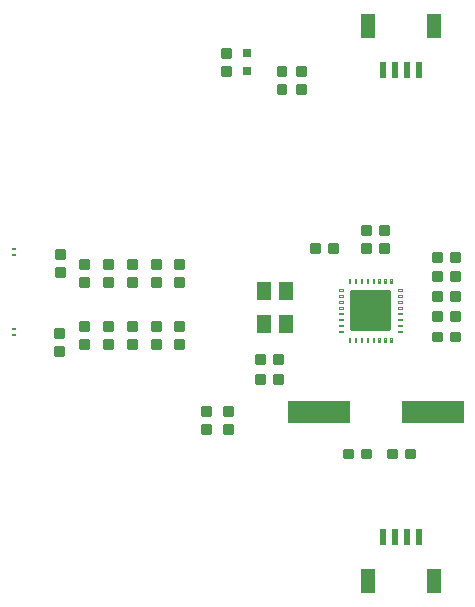
<source format=gbr>
G04 EAGLE Gerber RS-274X export*
G75*
%MOMM*%
%FSLAX34Y34*%
%LPD*%
%INSolderpaste Top*%
%IPPOS*%
%AMOC8*
5,1,8,0,0,1.08239X$1,22.5*%
G01*
%ADD10R,1.300000X1.500000*%
%ADD11C,0.222250*%
%ADD12R,0.430000X0.280000*%
%ADD13C,0.125000*%
%ADD14C,0.345000*%
%ADD15R,5.334000X1.930400*%
%ADD16R,0.600000X1.350000*%
%ADD17R,1.200000X2.000000*%
%ADD18R,0.800000X0.800000*%


D10*
X863700Y260350D03*
X882700Y260350D03*
X863700Y232410D03*
X882700Y232410D03*
D11*
X749176Y279836D02*
X749176Y286504D01*
X755844Y286504D01*
X755844Y279836D01*
X749176Y279836D01*
X749176Y281948D02*
X755844Y281948D01*
X755844Y284060D02*
X749176Y284060D01*
X749176Y286172D02*
X755844Y286172D01*
X749176Y271264D02*
X749176Y264596D01*
X749176Y271264D02*
X755844Y271264D01*
X755844Y264596D01*
X749176Y264596D01*
X749176Y266708D02*
X755844Y266708D01*
X755844Y268820D02*
X749176Y268820D01*
X749176Y270932D02*
X755844Y270932D01*
X749176Y234514D02*
X749176Y227846D01*
X749176Y234514D02*
X755844Y234514D01*
X755844Y227846D01*
X749176Y227846D01*
X749176Y229958D02*
X755844Y229958D01*
X755844Y232070D02*
X749176Y232070D01*
X749176Y234182D02*
X755844Y234182D01*
X749176Y219274D02*
X749176Y212606D01*
X749176Y219274D02*
X755844Y219274D01*
X755844Y212606D01*
X749176Y212606D01*
X749176Y214718D02*
X755844Y214718D01*
X755844Y216830D02*
X749176Y216830D01*
X749176Y218942D02*
X755844Y218942D01*
X769456Y279836D02*
X769456Y286504D01*
X776124Y286504D01*
X776124Y279836D01*
X769456Y279836D01*
X769456Y281948D02*
X776124Y281948D01*
X776124Y284060D02*
X769456Y284060D01*
X769456Y286172D02*
X776124Y286172D01*
X769456Y271264D02*
X769456Y264596D01*
X769456Y271264D02*
X776124Y271264D01*
X776124Y264596D01*
X769456Y264596D01*
X769456Y266708D02*
X776124Y266708D01*
X776124Y268820D02*
X769456Y268820D01*
X769456Y270932D02*
X776124Y270932D01*
X769456Y234514D02*
X769456Y227846D01*
X769456Y234514D02*
X776124Y234514D01*
X776124Y227846D01*
X769456Y227846D01*
X769456Y229958D02*
X776124Y229958D01*
X776124Y232070D02*
X769456Y232070D01*
X769456Y234182D02*
X776124Y234182D01*
X769456Y219274D02*
X769456Y212606D01*
X769456Y219274D02*
X776124Y219274D01*
X776124Y212606D01*
X769456Y212606D01*
X769456Y214718D02*
X776124Y214718D01*
X776124Y216830D02*
X769456Y216830D01*
X769456Y218942D02*
X776124Y218942D01*
X728896Y279836D02*
X728896Y286504D01*
X735564Y286504D01*
X735564Y279836D01*
X728896Y279836D01*
X728896Y281948D02*
X735564Y281948D01*
X735564Y284060D02*
X728896Y284060D01*
X728896Y286172D02*
X735564Y286172D01*
X728896Y271264D02*
X728896Y264596D01*
X728896Y271264D02*
X735564Y271264D01*
X735564Y264596D01*
X728896Y264596D01*
X728896Y266708D02*
X735564Y266708D01*
X735564Y268820D02*
X728896Y268820D01*
X728896Y270932D02*
X735564Y270932D01*
X728896Y234514D02*
X728896Y227846D01*
X728896Y234514D02*
X735564Y234514D01*
X735564Y227846D01*
X728896Y227846D01*
X728896Y229958D02*
X735564Y229958D01*
X735564Y232070D02*
X728896Y232070D01*
X728896Y234182D02*
X735564Y234182D01*
X728896Y219274D02*
X728896Y212606D01*
X728896Y219274D02*
X735564Y219274D01*
X735564Y212606D01*
X728896Y212606D01*
X728896Y214718D02*
X735564Y214718D01*
X735564Y216830D02*
X728896Y216830D01*
X728896Y218942D02*
X735564Y218942D01*
X708616Y279836D02*
X708616Y286504D01*
X715284Y286504D01*
X715284Y279836D01*
X708616Y279836D01*
X708616Y281948D02*
X715284Y281948D01*
X715284Y284060D02*
X708616Y284060D01*
X708616Y286172D02*
X715284Y286172D01*
X708616Y271264D02*
X708616Y264596D01*
X708616Y271264D02*
X715284Y271264D01*
X715284Y264596D01*
X708616Y264596D01*
X708616Y266708D02*
X715284Y266708D01*
X715284Y268820D02*
X708616Y268820D01*
X708616Y270932D02*
X715284Y270932D01*
X708616Y234514D02*
X708616Y227846D01*
X708616Y234514D02*
X715284Y234514D01*
X715284Y227846D01*
X708616Y227846D01*
X708616Y229958D02*
X715284Y229958D01*
X715284Y232070D02*
X708616Y232070D01*
X708616Y234182D02*
X715284Y234182D01*
X708616Y219274D02*
X708616Y212606D01*
X708616Y219274D02*
X715284Y219274D01*
X715284Y212606D01*
X708616Y212606D01*
X708616Y214718D02*
X715284Y214718D01*
X715284Y216830D02*
X708616Y216830D01*
X708616Y218942D02*
X715284Y218942D01*
X857634Y182968D02*
X864302Y182968D01*
X857634Y182968D02*
X857634Y189636D01*
X864302Y189636D01*
X864302Y182968D01*
X864302Y185080D02*
X857634Y185080D01*
X857634Y187192D02*
X864302Y187192D01*
X864302Y189304D02*
X857634Y189304D01*
X872874Y182968D02*
X879542Y182968D01*
X872874Y182968D02*
X872874Y189636D01*
X879542Y189636D01*
X879542Y182968D01*
X879542Y185080D02*
X872874Y185080D01*
X872874Y187192D02*
X879542Y187192D01*
X879542Y189304D02*
X872874Y189304D01*
X872874Y206320D02*
X879542Y206320D01*
X879542Y199652D01*
X872874Y199652D01*
X872874Y206320D01*
X872874Y201764D02*
X879542Y201764D01*
X879542Y203876D02*
X872874Y203876D01*
X872874Y205988D02*
X879542Y205988D01*
X864302Y206320D02*
X857634Y206320D01*
X864302Y206320D02*
X864302Y199652D01*
X857634Y199652D01*
X857634Y206320D01*
X857634Y201764D02*
X864302Y201764D01*
X864302Y203876D02*
X857634Y203876D01*
X857634Y205988D02*
X864302Y205988D01*
X836548Y146792D02*
X836548Y140124D01*
X829880Y140124D01*
X829880Y146792D01*
X836548Y146792D01*
X836548Y142236D02*
X829880Y142236D01*
X829880Y144348D02*
X836548Y144348D01*
X836548Y146460D02*
X829880Y146460D01*
X836548Y155364D02*
X836548Y162032D01*
X836548Y155364D02*
X829880Y155364D01*
X829880Y162032D01*
X836548Y162032D01*
X836548Y157476D02*
X829880Y157476D01*
X829880Y159588D02*
X836548Y159588D01*
X836548Y161700D02*
X829880Y161700D01*
X818114Y146884D02*
X818114Y140216D01*
X811446Y140216D01*
X811446Y146884D01*
X818114Y146884D01*
X818114Y142328D02*
X811446Y142328D01*
X811446Y144440D02*
X818114Y144440D01*
X818114Y146552D02*
X811446Y146552D01*
X818114Y155456D02*
X818114Y162124D01*
X818114Y155456D02*
X811446Y155456D01*
X811446Y162124D01*
X818114Y162124D01*
X818114Y157568D02*
X811446Y157568D01*
X811446Y159680D02*
X818114Y159680D01*
X818114Y161792D02*
X811446Y161792D01*
X688296Y288806D02*
X688296Y295474D01*
X694964Y295474D01*
X694964Y288806D01*
X688296Y288806D01*
X688296Y290918D02*
X694964Y290918D01*
X694964Y293030D02*
X688296Y293030D01*
X688296Y295142D02*
X694964Y295142D01*
X688296Y280234D02*
X688296Y273566D01*
X688296Y280234D02*
X694964Y280234D01*
X694964Y273566D01*
X688296Y273566D01*
X688296Y275678D02*
X694964Y275678D01*
X694964Y277790D02*
X688296Y277790D01*
X688296Y279902D02*
X694964Y279902D01*
X687066Y228084D02*
X687066Y221416D01*
X687066Y228084D02*
X693734Y228084D01*
X693734Y221416D01*
X687066Y221416D01*
X687066Y223528D02*
X693734Y223528D01*
X693734Y225640D02*
X687066Y225640D01*
X687066Y227752D02*
X693734Y227752D01*
X687066Y212844D02*
X687066Y206176D01*
X687066Y212844D02*
X693734Y212844D01*
X693734Y206176D01*
X687066Y206176D01*
X687066Y208288D02*
X693734Y208288D01*
X693734Y210400D02*
X687066Y210400D01*
X687066Y212512D02*
X693734Y212512D01*
D12*
X652220Y290820D03*
X652220Y295920D03*
X652220Y228610D03*
X652220Y223510D03*
D11*
X795174Y264596D02*
X795174Y271264D01*
X795174Y264596D02*
X788506Y264596D01*
X788506Y271264D01*
X795174Y271264D01*
X795174Y266708D02*
X788506Y266708D01*
X788506Y268820D02*
X795174Y268820D01*
X795174Y270932D02*
X788506Y270932D01*
X795174Y279836D02*
X795174Y286504D01*
X795174Y279836D02*
X788506Y279836D01*
X788506Y286504D01*
X795174Y286504D01*
X795174Y281948D02*
X788506Y281948D01*
X788506Y284060D02*
X795174Y284060D01*
X795174Y286172D02*
X788506Y286172D01*
X795174Y219274D02*
X795174Y212606D01*
X788506Y212606D01*
X788506Y219274D01*
X795174Y219274D01*
X795174Y214718D02*
X788506Y214718D01*
X788506Y216830D02*
X795174Y216830D01*
X795174Y218942D02*
X788506Y218942D01*
X795174Y227846D02*
X795174Y234514D01*
X795174Y227846D02*
X788506Y227846D01*
X788506Y234514D01*
X795174Y234514D01*
X795174Y229958D02*
X788506Y229958D01*
X788506Y232070D02*
X795174Y232070D01*
X795174Y234182D02*
X788506Y234182D01*
D13*
X970899Y270715D02*
X972149Y270715D01*
X972149Y266965D01*
X970899Y266965D01*
X970899Y270715D01*
X970899Y268152D02*
X972149Y268152D01*
X972149Y269339D02*
X970899Y269339D01*
X970899Y270526D02*
X972149Y270526D01*
X967149Y270715D02*
X965899Y270715D01*
X967149Y270715D02*
X967149Y266965D01*
X965899Y266965D01*
X965899Y270715D01*
X965899Y268152D02*
X967149Y268152D01*
X967149Y269339D02*
X965899Y269339D01*
X965899Y270526D02*
X967149Y270526D01*
X962149Y270715D02*
X960899Y270715D01*
X962149Y270715D02*
X962149Y266965D01*
X960899Y266965D01*
X960899Y270715D01*
X960899Y268152D02*
X962149Y268152D01*
X962149Y269339D02*
X960899Y269339D01*
X960899Y270526D02*
X962149Y270526D01*
X957149Y270715D02*
X955899Y270715D01*
X957149Y270715D02*
X957149Y266965D01*
X955899Y266965D01*
X955899Y270715D01*
X955899Y268152D02*
X957149Y268152D01*
X957149Y269339D02*
X955899Y269339D01*
X955899Y270526D02*
X957149Y270526D01*
X952149Y270715D02*
X950899Y270715D01*
X952149Y270715D02*
X952149Y266965D01*
X950899Y266965D01*
X950899Y270715D01*
X950899Y268152D02*
X952149Y268152D01*
X952149Y269339D02*
X950899Y269339D01*
X950899Y270526D02*
X952149Y270526D01*
X947149Y270715D02*
X945899Y270715D01*
X947149Y270715D02*
X947149Y266965D01*
X945899Y266965D01*
X945899Y270715D01*
X945899Y268152D02*
X947149Y268152D01*
X947149Y269339D02*
X945899Y269339D01*
X945899Y270526D02*
X947149Y270526D01*
X942149Y270715D02*
X940899Y270715D01*
X942149Y270715D02*
X942149Y266965D01*
X940899Y266965D01*
X940899Y270715D01*
X940899Y268152D02*
X942149Y268152D01*
X942149Y269339D02*
X940899Y269339D01*
X940899Y270526D02*
X942149Y270526D01*
X937149Y270715D02*
X935899Y270715D01*
X937149Y270715D02*
X937149Y266965D01*
X935899Y266965D01*
X935899Y270715D01*
X935899Y268152D02*
X937149Y268152D01*
X937149Y269339D02*
X935899Y269339D01*
X935899Y270526D02*
X937149Y270526D01*
X927149Y261965D02*
X927149Y260715D01*
X927149Y261965D02*
X930899Y261965D01*
X930899Y260715D01*
X927149Y260715D01*
X927149Y261902D02*
X930899Y261902D01*
X927149Y256965D02*
X927149Y255715D01*
X927149Y256965D02*
X930899Y256965D01*
X930899Y255715D01*
X927149Y255715D01*
X927149Y256902D02*
X930899Y256902D01*
X927149Y251965D02*
X927149Y250715D01*
X927149Y251965D02*
X930899Y251965D01*
X930899Y250715D01*
X927149Y250715D01*
X927149Y251902D02*
X930899Y251902D01*
X927149Y246965D02*
X927149Y245715D01*
X927149Y246965D02*
X930899Y246965D01*
X930899Y245715D01*
X927149Y245715D01*
X927149Y246902D02*
X930899Y246902D01*
X927149Y241965D02*
X927149Y240715D01*
X927149Y241965D02*
X930899Y241965D01*
X930899Y240715D01*
X927149Y240715D01*
X927149Y241902D02*
X930899Y241902D01*
X927149Y236965D02*
X927149Y235715D01*
X927149Y236965D02*
X930899Y236965D01*
X930899Y235715D01*
X927149Y235715D01*
X927149Y236902D02*
X930899Y236902D01*
X927149Y231965D02*
X927149Y230715D01*
X927149Y231965D02*
X930899Y231965D01*
X930899Y230715D01*
X927149Y230715D01*
X927149Y231902D02*
X930899Y231902D01*
X927149Y226965D02*
X927149Y225715D01*
X927149Y226965D02*
X930899Y226965D01*
X930899Y225715D01*
X927149Y225715D01*
X927149Y226902D02*
X930899Y226902D01*
X935899Y216965D02*
X937149Y216965D01*
X935899Y216965D02*
X935899Y220715D01*
X937149Y220715D01*
X937149Y216965D01*
X937149Y218152D02*
X935899Y218152D01*
X935899Y219339D02*
X937149Y219339D01*
X937149Y220526D02*
X935899Y220526D01*
X940899Y216965D02*
X942149Y216965D01*
X940899Y216965D02*
X940899Y220715D01*
X942149Y220715D01*
X942149Y216965D01*
X942149Y218152D02*
X940899Y218152D01*
X940899Y219339D02*
X942149Y219339D01*
X942149Y220526D02*
X940899Y220526D01*
X945899Y216965D02*
X947149Y216965D01*
X945899Y216965D02*
X945899Y220715D01*
X947149Y220715D01*
X947149Y216965D01*
X947149Y218152D02*
X945899Y218152D01*
X945899Y219339D02*
X947149Y219339D01*
X947149Y220526D02*
X945899Y220526D01*
X950899Y216965D02*
X952149Y216965D01*
X950899Y216965D02*
X950899Y220715D01*
X952149Y220715D01*
X952149Y216965D01*
X952149Y218152D02*
X950899Y218152D01*
X950899Y219339D02*
X952149Y219339D01*
X952149Y220526D02*
X950899Y220526D01*
X955899Y216965D02*
X957149Y216965D01*
X955899Y216965D02*
X955899Y220715D01*
X957149Y220715D01*
X957149Y216965D01*
X957149Y218152D02*
X955899Y218152D01*
X955899Y219339D02*
X957149Y219339D01*
X957149Y220526D02*
X955899Y220526D01*
X960899Y216965D02*
X962149Y216965D01*
X960899Y216965D02*
X960899Y220715D01*
X962149Y220715D01*
X962149Y216965D01*
X962149Y218152D02*
X960899Y218152D01*
X960899Y219339D02*
X962149Y219339D01*
X962149Y220526D02*
X960899Y220526D01*
X965899Y216965D02*
X967149Y216965D01*
X965899Y216965D02*
X965899Y220715D01*
X967149Y220715D01*
X967149Y216965D01*
X967149Y218152D02*
X965899Y218152D01*
X965899Y219339D02*
X967149Y219339D01*
X967149Y220526D02*
X965899Y220526D01*
X970899Y216965D02*
X972149Y216965D01*
X970899Y216965D02*
X970899Y220715D01*
X972149Y220715D01*
X972149Y216965D01*
X972149Y218152D02*
X970899Y218152D01*
X970899Y219339D02*
X972149Y219339D01*
X972149Y220526D02*
X970899Y220526D01*
X980899Y225715D02*
X980899Y226965D01*
X980899Y225715D02*
X977149Y225715D01*
X977149Y226965D01*
X980899Y226965D01*
X980899Y226902D02*
X977149Y226902D01*
X980899Y230715D02*
X980899Y231965D01*
X980899Y230715D02*
X977149Y230715D01*
X977149Y231965D01*
X980899Y231965D01*
X980899Y231902D02*
X977149Y231902D01*
X980899Y235715D02*
X980899Y236965D01*
X980899Y235715D02*
X977149Y235715D01*
X977149Y236965D01*
X980899Y236965D01*
X980899Y236902D02*
X977149Y236902D01*
X980899Y240715D02*
X980899Y241965D01*
X980899Y240715D02*
X977149Y240715D01*
X977149Y241965D01*
X980899Y241965D01*
X980899Y241902D02*
X977149Y241902D01*
X980899Y245715D02*
X980899Y246965D01*
X980899Y245715D02*
X977149Y245715D01*
X977149Y246965D01*
X980899Y246965D01*
X980899Y246902D02*
X977149Y246902D01*
X980899Y250715D02*
X980899Y251965D01*
X980899Y250715D02*
X977149Y250715D01*
X977149Y251965D01*
X980899Y251965D01*
X980899Y251902D02*
X977149Y251902D01*
X980899Y255715D02*
X980899Y256965D01*
X980899Y255715D02*
X977149Y255715D01*
X977149Y256965D01*
X980899Y256965D01*
X980899Y256902D02*
X977149Y256902D01*
X980899Y260715D02*
X980899Y261965D01*
X980899Y260715D02*
X977149Y260715D01*
X977149Y261965D01*
X980899Y261965D01*
X980899Y261902D02*
X977149Y261902D01*
D14*
X938499Y259365D02*
X938499Y228315D01*
X938499Y259365D02*
X969549Y259365D01*
X969549Y228315D01*
X938499Y228315D01*
X938499Y231592D02*
X969549Y231592D01*
X969549Y234869D02*
X938499Y234869D01*
X938499Y238146D02*
X969549Y238146D01*
X969549Y241423D02*
X938499Y241423D01*
X938499Y244700D02*
X969549Y244700D01*
X969549Y247977D02*
X938499Y247977D01*
X938499Y251254D02*
X969549Y251254D01*
X969549Y254531D02*
X938499Y254531D01*
X938499Y257808D02*
X969549Y257808D01*
D15*
X1006856Y157988D03*
X910336Y157988D03*
D11*
X946880Y126270D02*
X953548Y126270D01*
X953548Y119602D01*
X946880Y119602D01*
X946880Y126270D01*
X946880Y121714D02*
X953548Y121714D01*
X953548Y123826D02*
X946880Y123826D01*
X946880Y125938D02*
X953548Y125938D01*
X938308Y126270D02*
X931640Y126270D01*
X938308Y126270D02*
X938308Y119602D01*
X931640Y119602D01*
X931640Y126270D01*
X931640Y121714D02*
X938308Y121714D01*
X938308Y123826D02*
X931640Y123826D01*
X931640Y125938D02*
X938308Y125938D01*
X968724Y119602D02*
X975392Y119602D01*
X968724Y119602D02*
X968724Y126270D01*
X975392Y126270D01*
X975392Y119602D01*
X975392Y121714D02*
X968724Y121714D01*
X968724Y123826D02*
X975392Y123826D01*
X975392Y125938D02*
X968724Y125938D01*
X983964Y119602D02*
X990632Y119602D01*
X983964Y119602D02*
X983964Y126270D01*
X990632Y126270D01*
X990632Y119602D01*
X990632Y121714D02*
X983964Y121714D01*
X983964Y123826D02*
X990632Y123826D01*
X990632Y125938D02*
X983964Y125938D01*
X953802Y293846D02*
X947134Y293846D01*
X947134Y300514D01*
X953802Y300514D01*
X953802Y293846D01*
X953802Y295958D02*
X947134Y295958D01*
X947134Y298070D02*
X953802Y298070D01*
X953802Y300182D02*
X947134Y300182D01*
X962374Y293846D02*
X969042Y293846D01*
X962374Y293846D02*
X962374Y300514D01*
X969042Y300514D01*
X969042Y293846D01*
X969042Y295958D02*
X962374Y295958D01*
X962374Y298070D02*
X969042Y298070D01*
X969042Y300182D02*
X962374Y300182D01*
D16*
X995000Y448000D03*
X985000Y448000D03*
X975000Y448000D03*
X965000Y448000D03*
D17*
X952000Y484750D03*
X1008000Y484750D03*
D16*
X965000Y52000D03*
X975000Y52000D03*
X985000Y52000D03*
X995000Y52000D03*
D17*
X1008000Y15250D03*
X952000Y15250D03*
D18*
X849884Y446652D03*
X849884Y461652D03*
D11*
X891762Y450374D02*
X891762Y443706D01*
X891762Y450374D02*
X898430Y450374D01*
X898430Y443706D01*
X891762Y443706D01*
X891762Y445818D02*
X898430Y445818D01*
X898430Y447930D02*
X891762Y447930D01*
X891762Y450042D02*
X898430Y450042D01*
X891762Y435134D02*
X891762Y428466D01*
X891762Y435134D02*
X898430Y435134D01*
X898430Y428466D01*
X891762Y428466D01*
X891762Y430578D02*
X898430Y430578D01*
X898430Y432690D02*
X891762Y432690D01*
X891762Y434802D02*
X898430Y434802D01*
X875506Y443706D02*
X875506Y450374D01*
X882174Y450374D01*
X882174Y443706D01*
X875506Y443706D01*
X875506Y445818D02*
X882174Y445818D01*
X882174Y447930D02*
X875506Y447930D01*
X875506Y450042D02*
X882174Y450042D01*
X875506Y435134D02*
X875506Y428466D01*
X875506Y435134D02*
X882174Y435134D01*
X882174Y428466D01*
X875506Y428466D01*
X875506Y430578D02*
X882174Y430578D01*
X882174Y432690D02*
X875506Y432690D01*
X875506Y434802D02*
X882174Y434802D01*
X835438Y443198D02*
X835438Y449866D01*
X835438Y443198D02*
X828770Y443198D01*
X828770Y449866D01*
X835438Y449866D01*
X835438Y445310D02*
X828770Y445310D01*
X828770Y447422D02*
X835438Y447422D01*
X835438Y449534D02*
X828770Y449534D01*
X835438Y458438D02*
X835438Y465106D01*
X835438Y458438D02*
X828770Y458438D01*
X828770Y465106D01*
X835438Y465106D01*
X835438Y460550D02*
X828770Y460550D01*
X828770Y462662D02*
X835438Y462662D01*
X835438Y464774D02*
X828770Y464774D01*
X904208Y293846D02*
X910876Y293846D01*
X904208Y293846D02*
X904208Y300514D01*
X910876Y300514D01*
X910876Y293846D01*
X910876Y295958D02*
X904208Y295958D01*
X904208Y298070D02*
X910876Y298070D01*
X910876Y300182D02*
X904208Y300182D01*
X919448Y293846D02*
X926116Y293846D01*
X919448Y293846D02*
X919448Y300514D01*
X926116Y300514D01*
X926116Y293846D01*
X926116Y295958D02*
X919448Y295958D01*
X919448Y298070D02*
X926116Y298070D01*
X926116Y300182D02*
X919448Y300182D01*
X1022318Y292894D02*
X1028986Y292894D01*
X1028986Y286226D01*
X1022318Y286226D01*
X1022318Y292894D01*
X1022318Y288338D02*
X1028986Y288338D01*
X1028986Y290450D02*
X1022318Y290450D01*
X1022318Y292562D02*
X1028986Y292562D01*
X1013746Y292894D02*
X1007078Y292894D01*
X1013746Y292894D02*
X1013746Y286226D01*
X1007078Y286226D01*
X1007078Y292894D01*
X1007078Y288338D02*
X1013746Y288338D01*
X1013746Y290450D02*
X1007078Y290450D01*
X1007078Y292562D02*
X1013746Y292562D01*
X1022318Y225330D02*
X1028986Y225330D01*
X1028986Y218662D01*
X1022318Y218662D01*
X1022318Y225330D01*
X1022318Y220774D02*
X1028986Y220774D01*
X1028986Y222886D02*
X1022318Y222886D01*
X1022318Y224998D02*
X1028986Y224998D01*
X1013746Y225330D02*
X1007078Y225330D01*
X1013746Y225330D02*
X1013746Y218662D01*
X1007078Y218662D01*
X1007078Y225330D01*
X1007078Y220774D02*
X1013746Y220774D01*
X1013746Y222886D02*
X1007078Y222886D01*
X1007078Y224998D02*
X1013746Y224998D01*
X1022318Y242602D02*
X1028986Y242602D01*
X1028986Y235934D01*
X1022318Y235934D01*
X1022318Y242602D01*
X1022318Y238046D02*
X1028986Y238046D01*
X1028986Y240158D02*
X1022318Y240158D01*
X1022318Y242270D02*
X1028986Y242270D01*
X1013746Y242602D02*
X1007078Y242602D01*
X1013746Y242602D02*
X1013746Y235934D01*
X1007078Y235934D01*
X1007078Y242602D01*
X1007078Y238046D02*
X1013746Y238046D01*
X1013746Y240158D02*
X1007078Y240158D01*
X1007078Y242270D02*
X1013746Y242270D01*
X1022318Y259620D02*
X1028986Y259620D01*
X1028986Y252952D01*
X1022318Y252952D01*
X1022318Y259620D01*
X1022318Y255064D02*
X1028986Y255064D01*
X1028986Y257176D02*
X1022318Y257176D01*
X1022318Y259288D02*
X1028986Y259288D01*
X1013746Y259620D02*
X1007078Y259620D01*
X1013746Y259620D02*
X1013746Y252952D01*
X1007078Y252952D01*
X1007078Y259620D01*
X1007078Y255064D02*
X1013746Y255064D01*
X1013746Y257176D02*
X1007078Y257176D01*
X1007078Y259288D02*
X1013746Y259288D01*
X1013746Y269970D02*
X1007078Y269970D01*
X1007078Y276638D01*
X1013746Y276638D01*
X1013746Y269970D01*
X1013746Y272082D02*
X1007078Y272082D01*
X1007078Y274194D02*
X1013746Y274194D01*
X1013746Y276306D02*
X1007078Y276306D01*
X1022318Y269970D02*
X1028986Y269970D01*
X1022318Y269970D02*
X1022318Y276638D01*
X1028986Y276638D01*
X1028986Y269970D01*
X1028986Y272082D02*
X1022318Y272082D01*
X1022318Y274194D02*
X1028986Y274194D01*
X1028986Y276306D02*
X1022318Y276306D01*
X969042Y315754D02*
X962374Y315754D01*
X969042Y315754D02*
X969042Y309086D01*
X962374Y309086D01*
X962374Y315754D01*
X962374Y311198D02*
X969042Y311198D01*
X969042Y313310D02*
X962374Y313310D01*
X962374Y315422D02*
X969042Y315422D01*
X953802Y315754D02*
X947134Y315754D01*
X953802Y315754D02*
X953802Y309086D01*
X947134Y309086D01*
X947134Y315754D01*
X947134Y311198D02*
X953802Y311198D01*
X953802Y313310D02*
X947134Y313310D01*
X947134Y315422D02*
X953802Y315422D01*
M02*

</source>
